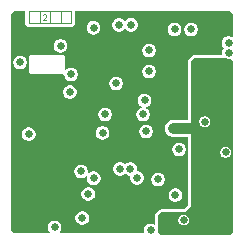
<source format=gbr>
G04 #@! TF.GenerationSoftware,KiCad,Pcbnew,9.0.3*
G04 #@! TF.CreationDate,2025-08-06T23:44:26+02:00*
G04 #@! TF.ProjectId,MADC,4d414443-2e6b-4696-9361-645f70636258,rev?*
G04 #@! TF.SameCoordinates,Original*
G04 #@! TF.FileFunction,Copper,L2,Inr*
G04 #@! TF.FilePolarity,Positive*
%FSLAX46Y46*%
G04 Gerber Fmt 4.6, Leading zero omitted, Abs format (unit mm)*
G04 Created by KiCad (PCBNEW 9.0.3) date 2025-08-06 23:44:26*
%MOMM*%
%LPD*%
G01*
G04 APERTURE LIST*
G04 #@! TA.AperFunction,NonConductor*
%ADD10C,0.100000*%
G04 #@! TD*
%ADD11C,0.100000*%
G04 #@! TA.AperFunction,ViaPad*
%ADD12C,0.650000*%
G04 #@! TD*
G04 #@! TA.AperFunction,Conductor*
%ADD13C,0.889000*%
G04 #@! TD*
G04 APERTURE END LIST*
D10*
X136525000Y-83566000D02*
X137414000Y-83566000D01*
X137414000Y-84582000D01*
X136525000Y-84582000D01*
X136525000Y-83566000D01*
X138303000Y-83566000D02*
X139192000Y-83566000D01*
X139192000Y-84582000D01*
X138303000Y-84582000D01*
X138303000Y-83566000D01*
X137414000Y-83566000D02*
X138303000Y-83566000D01*
X138303000Y-84582000D01*
X137414000Y-84582000D01*
X137414000Y-83566000D01*
X135636000Y-83566000D02*
X136525000Y-83566000D01*
X136525000Y-84582000D01*
X135636000Y-84582000D01*
X135636000Y-83566000D01*
D11*
D10*
X136813027Y-83860028D02*
X136836836Y-83836219D01*
X136836836Y-83836219D02*
X136884455Y-83812409D01*
X136884455Y-83812409D02*
X137003503Y-83812409D01*
X137003503Y-83812409D02*
X137051122Y-83836219D01*
X137051122Y-83836219D02*
X137074931Y-83860028D01*
X137074931Y-83860028D02*
X137098741Y-83907647D01*
X137098741Y-83907647D02*
X137098741Y-83955266D01*
X137098741Y-83955266D02*
X137074931Y-84026695D01*
X137074931Y-84026695D02*
X136789217Y-84312409D01*
X136789217Y-84312409D02*
X137098741Y-84312409D01*
D12*
G04 #@! TO.N,+3.3V*
X145923000Y-102108000D03*
X152527000Y-87122000D03*
X152273000Y-95504000D03*
X149352000Y-85086500D03*
X152527000Y-86233000D03*
G04 #@! TO.N,GNDA*
X143256000Y-93726000D03*
X140081000Y-94361000D03*
X147462857Y-96976980D03*
X139954000Y-98425000D03*
X144272000Y-93726000D03*
X135255000Y-101854000D03*
X140081000Y-84709000D03*
X134874000Y-84074000D03*
X142113000Y-91313000D03*
X143764000Y-99949000D03*
X150368000Y-85086500D03*
X138049000Y-91059000D03*
X135763000Y-90932000D03*
X146304000Y-84836000D03*
X135255000Y-100838000D03*
X134874000Y-85471000D03*
X147056000Y-88265000D03*
X143764000Y-98933000D03*
X141351000Y-87757000D03*
G04 #@! TO.N,Net-(D1-A)*
X143256000Y-84709000D03*
G04 #@! TO.N,Net-(D1-K)*
X144272000Y-84705500D03*
X138303000Y-86487000D03*
G04 #@! TO.N,VCC*
X145796000Y-86868000D03*
X148336000Y-95250000D03*
X137795000Y-101854000D03*
X145421961Y-91106767D03*
X140144500Y-101058500D03*
X134874000Y-87884000D03*
G04 #@! TO.N,VEE*
X140036000Y-97110000D03*
X148022500Y-99119500D03*
X141097000Y-84959500D03*
X147955000Y-85090000D03*
X139092969Y-90395138D03*
X135610128Y-93949780D03*
G04 #@! TO.N,/AD_ID*
X145796000Y-88646000D03*
G04 #@! TO.N,GNDD*
X152527000Y-89916000D03*
X152527000Y-91059000D03*
X152273000Y-98298000D03*
X152273000Y-101854000D03*
X147829500Y-93472000D03*
G04 #@! TO.N,/SW_VRH*
X148717000Y-101219000D03*
G04 #@! TO.N,/AD_IRP*
X145542000Y-93726000D03*
G04 #@! TO.N,/AD_IIN*
X139191000Y-88900000D03*
G04 #@! TO.N,/AD_CMP*
X150495000Y-92893000D03*
G04 #@! TO.N,/AD_IRN*
X141859000Y-93853000D03*
G04 #@! TO.N,VREF*
X146558000Y-97790000D03*
G04 #@! TO.N,/AD_REF+*
X143327000Y-96901829D03*
G04 #@! TO.N,Net-(RN1-Pad6)*
X145288000Y-92285500D03*
G04 #@! TO.N,/AD_REF-*
X144201000Y-96901000D03*
G04 #@! TO.N,Net-(RN1-Pad5)*
X142068500Y-92284500D03*
G04 #@! TO.N,Net-(RN1-Pad7)*
X143002000Y-89662000D03*
G04 #@! TO.N,Net-(RN2-Pad7)*
X140642114Y-99028012D03*
G04 #@! TO.N,Net-(U3B--)*
X141106725Y-97687000D03*
X144780000Y-97663000D03*
G04 #@! TD*
D13*
G04 #@! TO.N,GNDD*
X147829500Y-93472000D02*
X149606000Y-93472000D01*
X149606000Y-93472000D02*
X150114000Y-93980000D01*
G04 #@! TD*
G04 #@! TA.AperFunction,Conductor*
G04 #@! TO.N,GNDD*
G36*
X152296412Y-87511372D02*
G01*
X152313618Y-87521306D01*
X152352341Y-87543663D01*
X152352344Y-87543664D01*
X152392711Y-87554480D01*
X152467427Y-87574500D01*
X152467428Y-87574500D01*
X152586571Y-87574500D01*
X152586573Y-87574500D01*
X152586581Y-87574498D01*
X152600919Y-87570656D01*
X152661287Y-87554480D01*
X152708711Y-87560723D01*
X152721656Y-87570656D01*
X152889694Y-87738694D01*
X152908000Y-87782888D01*
X152908000Y-102209112D01*
X152889694Y-102253306D01*
X152672306Y-102470694D01*
X152628112Y-102489000D01*
X146837888Y-102489000D01*
X146793694Y-102470694D01*
X146576306Y-102253306D01*
X146558000Y-102209112D01*
X146558000Y-101159428D01*
X148264500Y-101159428D01*
X148264500Y-101278571D01*
X148264501Y-101278579D01*
X148295335Y-101393655D01*
X148295336Y-101393658D01*
X148354911Y-101496843D01*
X148354914Y-101496847D01*
X148439152Y-101581085D01*
X148439156Y-101581088D01*
X148439158Y-101581090D01*
X148542341Y-101640663D01*
X148542344Y-101640664D01*
X148597714Y-101655500D01*
X148657427Y-101671500D01*
X148657428Y-101671500D01*
X148776572Y-101671500D01*
X148776573Y-101671500D01*
X148891659Y-101640663D01*
X148994842Y-101581090D01*
X149079090Y-101496842D01*
X149138663Y-101393659D01*
X149169500Y-101278573D01*
X149169500Y-101159427D01*
X149138663Y-101044341D01*
X149079090Y-100941158D01*
X149079088Y-100941156D01*
X149079085Y-100941152D01*
X148994847Y-100856914D01*
X148994843Y-100856911D01*
X148994842Y-100856910D01*
X148930382Y-100819694D01*
X148891658Y-100797336D01*
X148891655Y-100797335D01*
X148776579Y-100766501D01*
X148776574Y-100766500D01*
X148776573Y-100766500D01*
X148657427Y-100766500D01*
X148657426Y-100766500D01*
X148657420Y-100766501D01*
X148542344Y-100797335D01*
X148542341Y-100797336D01*
X148439156Y-100856911D01*
X148439152Y-100856914D01*
X148354914Y-100941152D01*
X148354911Y-100941156D01*
X148295336Y-101044341D01*
X148295335Y-101044344D01*
X148264501Y-101159420D01*
X148264500Y-101159428D01*
X146558000Y-101159428D01*
X146558000Y-100863888D01*
X146576306Y-100819694D01*
X146793694Y-100602306D01*
X146837888Y-100584000D01*
X148844000Y-100584000D01*
X149352000Y-100076000D01*
X149352000Y-95444428D01*
X151820500Y-95444428D01*
X151820500Y-95563571D01*
X151820501Y-95563579D01*
X151851335Y-95678655D01*
X151851336Y-95678658D01*
X151910911Y-95781843D01*
X151910914Y-95781847D01*
X151995152Y-95866085D01*
X151995156Y-95866088D01*
X151995158Y-95866090D01*
X152098341Y-95925663D01*
X152098344Y-95925664D01*
X152168769Y-95944534D01*
X152213427Y-95956500D01*
X152213428Y-95956500D01*
X152332572Y-95956500D01*
X152332573Y-95956500D01*
X152447659Y-95925663D01*
X152550842Y-95866090D01*
X152635090Y-95781842D01*
X152694663Y-95678659D01*
X152725500Y-95563573D01*
X152725500Y-95444427D01*
X152694663Y-95329341D01*
X152635090Y-95226158D01*
X152635088Y-95226156D01*
X152635085Y-95226152D01*
X152550847Y-95141914D01*
X152550843Y-95141911D01*
X152550842Y-95141910D01*
X152499250Y-95112123D01*
X152447658Y-95082336D01*
X152447655Y-95082335D01*
X152332579Y-95051501D01*
X152332574Y-95051500D01*
X152332573Y-95051500D01*
X152213427Y-95051500D01*
X152213426Y-95051500D01*
X152213420Y-95051501D01*
X152098344Y-95082335D01*
X152098341Y-95082336D01*
X151995156Y-95141911D01*
X151995152Y-95141914D01*
X151910914Y-95226152D01*
X151910911Y-95226156D01*
X151851336Y-95329341D01*
X151851335Y-95329344D01*
X151820501Y-95444420D01*
X151820500Y-95444428D01*
X149352000Y-95444428D01*
X149352000Y-92833428D01*
X150042500Y-92833428D01*
X150042500Y-92952571D01*
X150042501Y-92952579D01*
X150073335Y-93067655D01*
X150073336Y-93067658D01*
X150132911Y-93170843D01*
X150132914Y-93170847D01*
X150217152Y-93255085D01*
X150217156Y-93255088D01*
X150217158Y-93255090D01*
X150320341Y-93314663D01*
X150320344Y-93314664D01*
X150390769Y-93333534D01*
X150435427Y-93345500D01*
X150435428Y-93345500D01*
X150554572Y-93345500D01*
X150554573Y-93345500D01*
X150669659Y-93314663D01*
X150772842Y-93255090D01*
X150857090Y-93170842D01*
X150916663Y-93067659D01*
X150947500Y-92952573D01*
X150947500Y-92833427D01*
X150916663Y-92718341D01*
X150857090Y-92615158D01*
X150857088Y-92615156D01*
X150857085Y-92615152D01*
X150772847Y-92530914D01*
X150772843Y-92530911D01*
X150772842Y-92530910D01*
X150721250Y-92501123D01*
X150669658Y-92471336D01*
X150669655Y-92471335D01*
X150554579Y-92440501D01*
X150554574Y-92440500D01*
X150554573Y-92440500D01*
X150435427Y-92440500D01*
X150435426Y-92440500D01*
X150435420Y-92440501D01*
X150320344Y-92471335D01*
X150320341Y-92471336D01*
X150217156Y-92530911D01*
X150217152Y-92530914D01*
X150132914Y-92615152D01*
X150132911Y-92615156D01*
X150073336Y-92718341D01*
X150073335Y-92718344D01*
X150042501Y-92833420D01*
X150042500Y-92833428D01*
X149352000Y-92833428D01*
X149352000Y-87782888D01*
X149370306Y-87738694D01*
X149587694Y-87521306D01*
X149631888Y-87503000D01*
X152265164Y-87503000D01*
X152296412Y-87511372D01*
G37*
G04 #@! TD.AperFunction*
G04 #@! TD*
G04 #@! TA.AperFunction,Conductor*
G04 #@! TO.N,GNDA*
G36*
X135313194Y-83584306D02*
G01*
X135331500Y-83628500D01*
X135331500Y-84622086D01*
X135331501Y-84622094D01*
X135352249Y-84699529D01*
X135352250Y-84699532D01*
X135352251Y-84699533D01*
X135392339Y-84768968D01*
X135449032Y-84825661D01*
X135513397Y-84862822D01*
X135518467Y-84865749D01*
X135518470Y-84865750D01*
X135520605Y-84866322D01*
X135595912Y-84886500D01*
X135595913Y-84886500D01*
X139232087Y-84886500D01*
X139232088Y-84886500D01*
X139244374Y-84883208D01*
X140517500Y-84883208D01*
X140517500Y-85035791D01*
X140517501Y-85035799D01*
X140556990Y-85183173D01*
X140556991Y-85183177D01*
X140556992Y-85183178D01*
X140632336Y-85313678D01*
X140633286Y-85315322D01*
X140633289Y-85315326D01*
X140741173Y-85423210D01*
X140741177Y-85423213D01*
X140741179Y-85423215D01*
X140873322Y-85499508D01*
X141020707Y-85539000D01*
X141020708Y-85539000D01*
X141173292Y-85539000D01*
X141173293Y-85539000D01*
X141320678Y-85499508D01*
X141452821Y-85423215D01*
X141560715Y-85315321D01*
X141637008Y-85183178D01*
X141676500Y-85035793D01*
X141676500Y-84883207D01*
X141637008Y-84735822D01*
X141636059Y-84734179D01*
X141593155Y-84659866D01*
X141593153Y-84659864D01*
X141577475Y-84632708D01*
X142676500Y-84632708D01*
X142676500Y-84785291D01*
X142676501Y-84785299D01*
X142715990Y-84932673D01*
X142715991Y-84932677D01*
X142715992Y-84932678D01*
X142791222Y-85062980D01*
X142792286Y-85064822D01*
X142792289Y-85064826D01*
X142900173Y-85172710D01*
X142900177Y-85172713D01*
X142900179Y-85172715D01*
X143032322Y-85249008D01*
X143179707Y-85288500D01*
X143179708Y-85288500D01*
X143332292Y-85288500D01*
X143332293Y-85288500D01*
X143479678Y-85249008D01*
X143611821Y-85172715D01*
X143719715Y-85064821D01*
X143719717Y-85064816D01*
X143721554Y-85062980D01*
X143765748Y-85044674D01*
X143809943Y-85062979D01*
X143809943Y-85062980D01*
X143916173Y-85169210D01*
X143916177Y-85169213D01*
X143916179Y-85169215D01*
X144048322Y-85245508D01*
X144195707Y-85285000D01*
X144195708Y-85285000D01*
X144348292Y-85285000D01*
X144348293Y-85285000D01*
X144495678Y-85245508D01*
X144627821Y-85169215D01*
X144735715Y-85061321D01*
X144751558Y-85033879D01*
X144763204Y-85013708D01*
X147375500Y-85013708D01*
X147375500Y-85166291D01*
X147375501Y-85166299D01*
X147414990Y-85313673D01*
X147414991Y-85313677D01*
X147415941Y-85315322D01*
X147489267Y-85442326D01*
X147491286Y-85445822D01*
X147491289Y-85445826D01*
X147599173Y-85553710D01*
X147599177Y-85553713D01*
X147599179Y-85553715D01*
X147731322Y-85630008D01*
X147878707Y-85669500D01*
X147878708Y-85669500D01*
X148031292Y-85669500D01*
X148031293Y-85669500D01*
X148178678Y-85630008D01*
X148310821Y-85553715D01*
X148418715Y-85445821D01*
X148495008Y-85313678D01*
X148534500Y-85166293D01*
X148534500Y-85013707D01*
X148534500Y-85013705D01*
X148534499Y-85013702D01*
X148533563Y-85010208D01*
X148772500Y-85010208D01*
X148772500Y-85162791D01*
X148772501Y-85162799D01*
X148811990Y-85310173D01*
X148811991Y-85310177D01*
X148814961Y-85315321D01*
X148877251Y-85423210D01*
X148888286Y-85442322D01*
X148888289Y-85442326D01*
X148996173Y-85550210D01*
X148996177Y-85550213D01*
X148996179Y-85550215D01*
X149128322Y-85626508D01*
X149275707Y-85666000D01*
X149275708Y-85666000D01*
X149428292Y-85666000D01*
X149428293Y-85666000D01*
X149575678Y-85626508D01*
X149707821Y-85550215D01*
X149815715Y-85442321D01*
X149892008Y-85310178D01*
X149931500Y-85162793D01*
X149931500Y-85010207D01*
X149892008Y-84862822D01*
X149815715Y-84730679D01*
X149815713Y-84730677D01*
X149815710Y-84730673D01*
X149707826Y-84622789D01*
X149707822Y-84622786D01*
X149707821Y-84622785D01*
X149641749Y-84584638D01*
X149575677Y-84546491D01*
X149575673Y-84546490D01*
X149428299Y-84507001D01*
X149428294Y-84507000D01*
X149428293Y-84507000D01*
X149275707Y-84507000D01*
X149275706Y-84507000D01*
X149275700Y-84507001D01*
X149128326Y-84546490D01*
X149128322Y-84546491D01*
X148996177Y-84622786D01*
X148996173Y-84622789D01*
X148888289Y-84730673D01*
X148888286Y-84730677D01*
X148811991Y-84862822D01*
X148811990Y-84862826D01*
X148772501Y-85010200D01*
X148772500Y-85010208D01*
X148533563Y-85010208D01*
X148495009Y-84866326D01*
X148495008Y-84866322D01*
X148471532Y-84825661D01*
X148418715Y-84734179D01*
X148418713Y-84734177D01*
X148418710Y-84734173D01*
X148310826Y-84626289D01*
X148310822Y-84626286D01*
X148310821Y-84626285D01*
X148244749Y-84588138D01*
X148178677Y-84549991D01*
X148178673Y-84549990D01*
X148031299Y-84510501D01*
X148031294Y-84510500D01*
X148031293Y-84510500D01*
X147878707Y-84510500D01*
X147878706Y-84510500D01*
X147878700Y-84510501D01*
X147731326Y-84549990D01*
X147731322Y-84549991D01*
X147599177Y-84626286D01*
X147599173Y-84626289D01*
X147491289Y-84734173D01*
X147491286Y-84734177D01*
X147414991Y-84866322D01*
X147414990Y-84866326D01*
X147375501Y-85013700D01*
X147375500Y-85013708D01*
X144763204Y-85013708D01*
X144783611Y-84978364D01*
X144783612Y-84978361D01*
X144809987Y-84932678D01*
X144812008Y-84929178D01*
X144851500Y-84781793D01*
X144851500Y-84629207D01*
X144812008Y-84481822D01*
X144735715Y-84349679D01*
X144735713Y-84349677D01*
X144735710Y-84349673D01*
X144627826Y-84241789D01*
X144627822Y-84241786D01*
X144627821Y-84241785D01*
X144561749Y-84203638D01*
X144495677Y-84165491D01*
X144495673Y-84165490D01*
X144348299Y-84126001D01*
X144348294Y-84126000D01*
X144348293Y-84126000D01*
X144195707Y-84126000D01*
X144195706Y-84126000D01*
X144195700Y-84126001D01*
X144048326Y-84165490D01*
X144048322Y-84165491D01*
X143916177Y-84241786D01*
X143916173Y-84241789D01*
X143806444Y-84351519D01*
X143762250Y-84369825D01*
X143718056Y-84351519D01*
X143611826Y-84245289D01*
X143611822Y-84245286D01*
X143611821Y-84245285D01*
X143545749Y-84207138D01*
X143479677Y-84168991D01*
X143479673Y-84168990D01*
X143332299Y-84129501D01*
X143332294Y-84129500D01*
X143332293Y-84129500D01*
X143179707Y-84129500D01*
X143179706Y-84129500D01*
X143179700Y-84129501D01*
X143032326Y-84168990D01*
X143032322Y-84168991D01*
X142900177Y-84245286D01*
X142900173Y-84245289D01*
X142792289Y-84353173D01*
X142792286Y-84353177D01*
X142715991Y-84485322D01*
X142715990Y-84485326D01*
X142676501Y-84632700D01*
X142676500Y-84632708D01*
X141577475Y-84632708D01*
X141560715Y-84603679D01*
X141560713Y-84603677D01*
X141560710Y-84603673D01*
X141452826Y-84495789D01*
X141452822Y-84495786D01*
X141452821Y-84495785D01*
X141335643Y-84428132D01*
X141320677Y-84419491D01*
X141320673Y-84419490D01*
X141173299Y-84380001D01*
X141173294Y-84380000D01*
X141173293Y-84380000D01*
X141020707Y-84380000D01*
X141020706Y-84380000D01*
X141020700Y-84380001D01*
X140873326Y-84419490D01*
X140873322Y-84419491D01*
X140741177Y-84495786D01*
X140741173Y-84495789D01*
X140633289Y-84603673D01*
X140633286Y-84603677D01*
X140556991Y-84735822D01*
X140556990Y-84735826D01*
X140517501Y-84883200D01*
X140517500Y-84883208D01*
X139244374Y-84883208D01*
X139309533Y-84865749D01*
X139378968Y-84825661D01*
X139435661Y-84768968D01*
X139475749Y-84699533D01*
X139496500Y-84622088D01*
X139496500Y-83628500D01*
X139514806Y-83584306D01*
X139559000Y-83566000D01*
X152628112Y-83566000D01*
X152672306Y-83584306D01*
X152889694Y-83801694D01*
X152908000Y-83845888D01*
X152908000Y-85675568D01*
X152889694Y-85719762D01*
X152845500Y-85738068D01*
X152814250Y-85729695D01*
X152787883Y-85714472D01*
X152750678Y-85692992D01*
X152750675Y-85692991D01*
X152750673Y-85692990D01*
X152603299Y-85653501D01*
X152603294Y-85653500D01*
X152603293Y-85653500D01*
X152450707Y-85653500D01*
X152450706Y-85653500D01*
X152450700Y-85653501D01*
X152303326Y-85692990D01*
X152303322Y-85692991D01*
X152171177Y-85769286D01*
X152171173Y-85769289D01*
X152063289Y-85877173D01*
X152063286Y-85877177D01*
X151986991Y-86009322D01*
X151986990Y-86009326D01*
X151947501Y-86156700D01*
X151947500Y-86156708D01*
X151947500Y-86309291D01*
X151947501Y-86309299D01*
X151986990Y-86456673D01*
X151986991Y-86456677D01*
X151986992Y-86456678D01*
X152048546Y-86563293D01*
X152063286Y-86588822D01*
X152063289Y-86588826D01*
X152107769Y-86633306D01*
X152126075Y-86677500D01*
X152107769Y-86721694D01*
X152063289Y-86766173D01*
X152063286Y-86766177D01*
X151986991Y-86898322D01*
X151986990Y-86898326D01*
X151947501Y-87045700D01*
X151947500Y-87045708D01*
X151947500Y-87181000D01*
X151929194Y-87225194D01*
X151885000Y-87243500D01*
X149631887Y-87243500D01*
X149615411Y-87246777D01*
X149532581Y-87263253D01*
X149488389Y-87281559D01*
X149488385Y-87281561D01*
X149404200Y-87337811D01*
X149186811Y-87555200D01*
X149130561Y-87639385D01*
X149130560Y-87639386D01*
X149113431Y-87680739D01*
X149112374Y-87682973D01*
X149092500Y-87782887D01*
X149092500Y-92710500D01*
X149074194Y-92754694D01*
X149030000Y-92773000D01*
X147760655Y-92773000D01*
X147625610Y-92799861D01*
X147625607Y-92799862D01*
X147498398Y-92852554D01*
X147498396Y-92852555D01*
X147383914Y-92929050D01*
X147286550Y-93026414D01*
X147210055Y-93140896D01*
X147210054Y-93140898D01*
X147157362Y-93268107D01*
X147157361Y-93268110D01*
X147130500Y-93403154D01*
X147130500Y-93540845D01*
X147157361Y-93675889D01*
X147157362Y-93675892D01*
X147210054Y-93803101D01*
X147210055Y-93803103D01*
X147257085Y-93873488D01*
X147286551Y-93917586D01*
X147383914Y-94014949D01*
X147498399Y-94091446D01*
X147625609Y-94144138D01*
X147760655Y-94171000D01*
X149030000Y-94171000D01*
X149074194Y-94189306D01*
X149092500Y-94233500D01*
X149092500Y-99942624D01*
X149074194Y-99986818D01*
X148754818Y-100306194D01*
X148710624Y-100324500D01*
X146837887Y-100324500D01*
X146821411Y-100327777D01*
X146738581Y-100344253D01*
X146694389Y-100362559D01*
X146694385Y-100362561D01*
X146610200Y-100418811D01*
X146392811Y-100636200D01*
X146336561Y-100720385D01*
X146336560Y-100720386D01*
X146319431Y-100761739D01*
X146318374Y-100763973D01*
X146298500Y-100863887D01*
X146298500Y-101547393D01*
X146280194Y-101591587D01*
X146236000Y-101609893D01*
X146204750Y-101601520D01*
X146146677Y-101567991D01*
X146146673Y-101567990D01*
X145999299Y-101528501D01*
X145999294Y-101528500D01*
X145999293Y-101528500D01*
X145846707Y-101528500D01*
X145846706Y-101528500D01*
X145846700Y-101528501D01*
X145699326Y-101567990D01*
X145699322Y-101567991D01*
X145567177Y-101644286D01*
X145567173Y-101644289D01*
X145459289Y-101752173D01*
X145459286Y-101752177D01*
X145382991Y-101884322D01*
X145382990Y-101884326D01*
X145343501Y-102031700D01*
X145343500Y-102031708D01*
X145343500Y-102184291D01*
X145343501Y-102184299D01*
X145370035Y-102283324D01*
X145363792Y-102330750D01*
X145325841Y-102359870D01*
X145309665Y-102362000D01*
X138257425Y-102362000D01*
X138213231Y-102343694D01*
X138194925Y-102299500D01*
X138213231Y-102255306D01*
X138258710Y-102209826D01*
X138258715Y-102209821D01*
X138335008Y-102077678D01*
X138374500Y-101930293D01*
X138374500Y-101777707D01*
X138335008Y-101630322D01*
X138258715Y-101498179D01*
X138258713Y-101498177D01*
X138258710Y-101498173D01*
X138150826Y-101390289D01*
X138150822Y-101390286D01*
X138150821Y-101390285D01*
X138084749Y-101352138D01*
X138018677Y-101313991D01*
X138018673Y-101313990D01*
X137871299Y-101274501D01*
X137871294Y-101274500D01*
X137871293Y-101274500D01*
X137718707Y-101274500D01*
X137718706Y-101274500D01*
X137718700Y-101274501D01*
X137571326Y-101313990D01*
X137571322Y-101313991D01*
X137439177Y-101390286D01*
X137439173Y-101390289D01*
X137331289Y-101498173D01*
X137331286Y-101498177D01*
X137254991Y-101630322D01*
X137254990Y-101630326D01*
X137215501Y-101777700D01*
X137215500Y-101777708D01*
X137215500Y-101930291D01*
X137215501Y-101930299D01*
X137254990Y-102077673D01*
X137254991Y-102077677D01*
X137254992Y-102077678D01*
X137316546Y-102184293D01*
X137331286Y-102209822D01*
X137331289Y-102209826D01*
X137376769Y-102255306D01*
X137395075Y-102299500D01*
X137376769Y-102343694D01*
X137332575Y-102362000D01*
X134391888Y-102362000D01*
X134347694Y-102343694D01*
X134130306Y-102126306D01*
X134112000Y-102082112D01*
X134112000Y-100982208D01*
X139565000Y-100982208D01*
X139565000Y-101134791D01*
X139565001Y-101134799D01*
X139604490Y-101282173D01*
X139604491Y-101282177D01*
X139622859Y-101313991D01*
X139666908Y-101390286D01*
X139680786Y-101414322D01*
X139680789Y-101414326D01*
X139788673Y-101522210D01*
X139788677Y-101522213D01*
X139788679Y-101522215D01*
X139920822Y-101598508D01*
X140068207Y-101638000D01*
X140068208Y-101638000D01*
X140220792Y-101638000D01*
X140220793Y-101638000D01*
X140368178Y-101598508D01*
X140500321Y-101522215D01*
X140608215Y-101414321D01*
X140684508Y-101282178D01*
X140724000Y-101134793D01*
X140724000Y-100982207D01*
X140684508Y-100834822D01*
X140608215Y-100702679D01*
X140608213Y-100702677D01*
X140608210Y-100702673D01*
X140500326Y-100594789D01*
X140500322Y-100594786D01*
X140500321Y-100594785D01*
X140434249Y-100556638D01*
X140368177Y-100518491D01*
X140368173Y-100518490D01*
X140220799Y-100479001D01*
X140220794Y-100479000D01*
X140220793Y-100479000D01*
X140068207Y-100479000D01*
X140068206Y-100479000D01*
X140068200Y-100479001D01*
X139920826Y-100518490D01*
X139920822Y-100518491D01*
X139788677Y-100594786D01*
X139788673Y-100594789D01*
X139680789Y-100702673D01*
X139680786Y-100702677D01*
X139604491Y-100834822D01*
X139604490Y-100834826D01*
X139565001Y-100982200D01*
X139565000Y-100982208D01*
X134112000Y-100982208D01*
X134112000Y-98951720D01*
X140062614Y-98951720D01*
X140062614Y-99104303D01*
X140062615Y-99104311D01*
X140102104Y-99251685D01*
X140102105Y-99251689D01*
X140178400Y-99383834D01*
X140178403Y-99383838D01*
X140286287Y-99491722D01*
X140286291Y-99491725D01*
X140286293Y-99491727D01*
X140418436Y-99568020D01*
X140565821Y-99607512D01*
X140565822Y-99607512D01*
X140718406Y-99607512D01*
X140718407Y-99607512D01*
X140865792Y-99568020D01*
X140997935Y-99491727D01*
X141105829Y-99383833D01*
X141182122Y-99251690D01*
X141221614Y-99104305D01*
X141221614Y-99043208D01*
X147443000Y-99043208D01*
X147443000Y-99195791D01*
X147443001Y-99195799D01*
X147482490Y-99343173D01*
X147482491Y-99343177D01*
X147558786Y-99475322D01*
X147558789Y-99475326D01*
X147666673Y-99583210D01*
X147666677Y-99583213D01*
X147666679Y-99583215D01*
X147798822Y-99659508D01*
X147946207Y-99699000D01*
X147946208Y-99699000D01*
X148098792Y-99699000D01*
X148098793Y-99699000D01*
X148246178Y-99659508D01*
X148378321Y-99583215D01*
X148486215Y-99475321D01*
X148562508Y-99343178D01*
X148602000Y-99195793D01*
X148602000Y-99043207D01*
X148562508Y-98895822D01*
X148486215Y-98763679D01*
X148486213Y-98763677D01*
X148486210Y-98763673D01*
X148378326Y-98655789D01*
X148378322Y-98655786D01*
X148378321Y-98655785D01*
X148312249Y-98617638D01*
X148246177Y-98579491D01*
X148246173Y-98579490D01*
X148098799Y-98540001D01*
X148098794Y-98540000D01*
X148098793Y-98540000D01*
X147946207Y-98540000D01*
X147946206Y-98540000D01*
X147946200Y-98540001D01*
X147798826Y-98579490D01*
X147798822Y-98579491D01*
X147666677Y-98655786D01*
X147666673Y-98655789D01*
X147558789Y-98763673D01*
X147558786Y-98763677D01*
X147482491Y-98895822D01*
X147482490Y-98895826D01*
X147443001Y-99043200D01*
X147443000Y-99043208D01*
X141221614Y-99043208D01*
X141221614Y-98951719D01*
X141182122Y-98804334D01*
X141105829Y-98672191D01*
X141105827Y-98672189D01*
X141105824Y-98672185D01*
X140997940Y-98564301D01*
X140997936Y-98564298D01*
X140997935Y-98564297D01*
X140931863Y-98526150D01*
X140865791Y-98488003D01*
X140865787Y-98488002D01*
X140718413Y-98448513D01*
X140718408Y-98448512D01*
X140718407Y-98448512D01*
X140565821Y-98448512D01*
X140565820Y-98448512D01*
X140565814Y-98448513D01*
X140418440Y-98488002D01*
X140418436Y-98488003D01*
X140286291Y-98564298D01*
X140286287Y-98564301D01*
X140178403Y-98672185D01*
X140178400Y-98672189D01*
X140102105Y-98804334D01*
X140102104Y-98804338D01*
X140062615Y-98951712D01*
X140062614Y-98951720D01*
X134112000Y-98951720D01*
X134112000Y-97033708D01*
X139456500Y-97033708D01*
X139456500Y-97186291D01*
X139456501Y-97186299D01*
X139495990Y-97333673D01*
X139495991Y-97333677D01*
X139514389Y-97365542D01*
X139570842Y-97463322D01*
X139572286Y-97465822D01*
X139572289Y-97465826D01*
X139680173Y-97573710D01*
X139680177Y-97573713D01*
X139680179Y-97573715D01*
X139812322Y-97650008D01*
X139959707Y-97689500D01*
X139959708Y-97689500D01*
X140112292Y-97689500D01*
X140112293Y-97689500D01*
X140259678Y-97650008D01*
X140391821Y-97573715D01*
X140425391Y-97540144D01*
X140469584Y-97521839D01*
X140513779Y-97540144D01*
X140532085Y-97584338D01*
X140529956Y-97600514D01*
X140527225Y-97610705D01*
X140527225Y-97763291D01*
X140527226Y-97763299D01*
X140566715Y-97910673D01*
X140566716Y-97910677D01*
X140566717Y-97910678D01*
X140629156Y-98018826D01*
X140643011Y-98042822D01*
X140643014Y-98042826D01*
X140750898Y-98150710D01*
X140750902Y-98150713D01*
X140750904Y-98150715D01*
X140883047Y-98227008D01*
X141030432Y-98266500D01*
X141030433Y-98266500D01*
X141183017Y-98266500D01*
X141183018Y-98266500D01*
X141330403Y-98227008D01*
X141462546Y-98150715D01*
X141570440Y-98042821D01*
X141646733Y-97910678D01*
X141686225Y-97763293D01*
X141686225Y-97610707D01*
X141646733Y-97463322D01*
X141570440Y-97331179D01*
X141570438Y-97331177D01*
X141570435Y-97331173D01*
X141462551Y-97223289D01*
X141462547Y-97223286D01*
X141462546Y-97223285D01*
X141396474Y-97185138D01*
X141330402Y-97146991D01*
X141330398Y-97146990D01*
X141183024Y-97107501D01*
X141183019Y-97107500D01*
X141183018Y-97107500D01*
X141030432Y-97107500D01*
X141030431Y-97107500D01*
X141030425Y-97107501D01*
X140883051Y-97146990D01*
X140883047Y-97146991D01*
X140750902Y-97223286D01*
X140717333Y-97256855D01*
X140673138Y-97275160D01*
X140628944Y-97256854D01*
X140610639Y-97212659D01*
X140612770Y-97196480D01*
X140615499Y-97186296D01*
X140615500Y-97186291D01*
X140615500Y-97033708D01*
X140615498Y-97033700D01*
X140600607Y-96978128D01*
X140576008Y-96886322D01*
X140540914Y-96825537D01*
X142747500Y-96825537D01*
X142747500Y-96978120D01*
X142747501Y-96978128D01*
X142786990Y-97125502D01*
X142786991Y-97125506D01*
X142786992Y-97125507D01*
X142862825Y-97256854D01*
X142863286Y-97257651D01*
X142863289Y-97257655D01*
X142971173Y-97365539D01*
X142971177Y-97365542D01*
X142971179Y-97365544D01*
X143103322Y-97441837D01*
X143250707Y-97481329D01*
X143250708Y-97481329D01*
X143403292Y-97481329D01*
X143403293Y-97481329D01*
X143550678Y-97441837D01*
X143682821Y-97365544D01*
X143720219Y-97328144D01*
X143764412Y-97309838D01*
X143808607Y-97328143D01*
X143845179Y-97364715D01*
X143977322Y-97441008D01*
X144124707Y-97480500D01*
X144147506Y-97480500D01*
X144191700Y-97498806D01*
X144210006Y-97543000D01*
X144207876Y-97559176D01*
X144200501Y-97586700D01*
X144200500Y-97586708D01*
X144200500Y-97739291D01*
X144200501Y-97739299D01*
X144239990Y-97886673D01*
X144239991Y-97886677D01*
X144316286Y-98018822D01*
X144316289Y-98018826D01*
X144424173Y-98126710D01*
X144424177Y-98126713D01*
X144424179Y-98126715D01*
X144556322Y-98203008D01*
X144703707Y-98242500D01*
X144703708Y-98242500D01*
X144856292Y-98242500D01*
X144856293Y-98242500D01*
X145003678Y-98203008D01*
X145135821Y-98126715D01*
X145243715Y-98018821D01*
X145320008Y-97886678D01*
X145359500Y-97739293D01*
X145359500Y-97713708D01*
X145978500Y-97713708D01*
X145978500Y-97866291D01*
X145978501Y-97866299D01*
X146017990Y-98013673D01*
X146017991Y-98013677D01*
X146056138Y-98079749D01*
X146083251Y-98126710D01*
X146094286Y-98145822D01*
X146094289Y-98145826D01*
X146202173Y-98253710D01*
X146202177Y-98253713D01*
X146202179Y-98253715D01*
X146334322Y-98330008D01*
X146481707Y-98369500D01*
X146481708Y-98369500D01*
X146634292Y-98369500D01*
X146634293Y-98369500D01*
X146781678Y-98330008D01*
X146913821Y-98253715D01*
X147021715Y-98145821D01*
X147098008Y-98013678D01*
X147137500Y-97866293D01*
X147137500Y-97713707D01*
X147098008Y-97566322D01*
X147021715Y-97434179D01*
X147021713Y-97434177D01*
X147021710Y-97434173D01*
X146913826Y-97326289D01*
X146913822Y-97326286D01*
X146913821Y-97326285D01*
X146794944Y-97257651D01*
X146781677Y-97249991D01*
X146781673Y-97249990D01*
X146634299Y-97210501D01*
X146634294Y-97210500D01*
X146634293Y-97210500D01*
X146481707Y-97210500D01*
X146481706Y-97210500D01*
X146481700Y-97210501D01*
X146334326Y-97249990D01*
X146334322Y-97249991D01*
X146202177Y-97326286D01*
X146202173Y-97326289D01*
X146094289Y-97434173D01*
X146094286Y-97434177D01*
X146017991Y-97566322D01*
X146017990Y-97566326D01*
X145978501Y-97713700D01*
X145978500Y-97713708D01*
X145359500Y-97713708D01*
X145359500Y-97586707D01*
X145320008Y-97439322D01*
X145243715Y-97307179D01*
X145243713Y-97307177D01*
X145243710Y-97307173D01*
X145135826Y-97199289D01*
X145135822Y-97199286D01*
X145135821Y-97199285D01*
X145045247Y-97146992D01*
X145003677Y-97122991D01*
X145003673Y-97122990D01*
X144856299Y-97083501D01*
X144856294Y-97083500D01*
X144856293Y-97083500D01*
X144856292Y-97083500D01*
X144833494Y-97083500D01*
X144789300Y-97065194D01*
X144770994Y-97021000D01*
X144773124Y-97004824D01*
X144780498Y-96977299D01*
X144780500Y-96977291D01*
X144780500Y-96824708D01*
X144780498Y-96824700D01*
X144741009Y-96677326D01*
X144741008Y-96677322D01*
X144723089Y-96646285D01*
X144664715Y-96545179D01*
X144664713Y-96545177D01*
X144664710Y-96545173D01*
X144556826Y-96437289D01*
X144556822Y-96437286D01*
X144556821Y-96437285D01*
X144490749Y-96399138D01*
X144424677Y-96360991D01*
X144424673Y-96360990D01*
X144277299Y-96321501D01*
X144277294Y-96321500D01*
X144277293Y-96321500D01*
X144124707Y-96321500D01*
X144124706Y-96321500D01*
X144124700Y-96321501D01*
X143977326Y-96360990D01*
X143977322Y-96360991D01*
X143845177Y-96437286D01*
X143807778Y-96474684D01*
X143763583Y-96492989D01*
X143719391Y-96474683D01*
X143682826Y-96438118D01*
X143682822Y-96438115D01*
X143682821Y-96438114D01*
X143616749Y-96399967D01*
X143550677Y-96361820D01*
X143550673Y-96361819D01*
X143403299Y-96322330D01*
X143403294Y-96322329D01*
X143403293Y-96322329D01*
X143250707Y-96322329D01*
X143250706Y-96322329D01*
X143250700Y-96322330D01*
X143103326Y-96361819D01*
X143103322Y-96361820D01*
X142971177Y-96438115D01*
X142971173Y-96438118D01*
X142863289Y-96546002D01*
X142863286Y-96546006D01*
X142786991Y-96678151D01*
X142786990Y-96678155D01*
X142747501Y-96825529D01*
X142747500Y-96825537D01*
X140540914Y-96825537D01*
X140499715Y-96754179D01*
X140499713Y-96754177D01*
X140499710Y-96754173D01*
X140391826Y-96646289D01*
X140391822Y-96646286D01*
X140391821Y-96646285D01*
X140325749Y-96608138D01*
X140259677Y-96569991D01*
X140259673Y-96569990D01*
X140112299Y-96530501D01*
X140112294Y-96530500D01*
X140112293Y-96530500D01*
X139959707Y-96530500D01*
X139959706Y-96530500D01*
X139959700Y-96530501D01*
X139812326Y-96569990D01*
X139812322Y-96569991D01*
X139680177Y-96646286D01*
X139680173Y-96646289D01*
X139572289Y-96754173D01*
X139572286Y-96754177D01*
X139495991Y-96886322D01*
X139495990Y-96886326D01*
X139456501Y-97033700D01*
X139456500Y-97033708D01*
X134112000Y-97033708D01*
X134112000Y-95173708D01*
X147756500Y-95173708D01*
X147756500Y-95326291D01*
X147756501Y-95326299D01*
X147795990Y-95473673D01*
X147795991Y-95473677D01*
X147872286Y-95605822D01*
X147872289Y-95605826D01*
X147980173Y-95713710D01*
X147980177Y-95713713D01*
X147980179Y-95713715D01*
X148112322Y-95790008D01*
X148259707Y-95829500D01*
X148259708Y-95829500D01*
X148412292Y-95829500D01*
X148412293Y-95829500D01*
X148559678Y-95790008D01*
X148691821Y-95713715D01*
X148799715Y-95605821D01*
X148876008Y-95473678D01*
X148915500Y-95326293D01*
X148915500Y-95173707D01*
X148876008Y-95026322D01*
X148799715Y-94894179D01*
X148799713Y-94894177D01*
X148799710Y-94894173D01*
X148691826Y-94786289D01*
X148691822Y-94786286D01*
X148691821Y-94786285D01*
X148625749Y-94748138D01*
X148559677Y-94709991D01*
X148559673Y-94709990D01*
X148412299Y-94670501D01*
X148412294Y-94670500D01*
X148412293Y-94670500D01*
X148259707Y-94670500D01*
X148259706Y-94670500D01*
X148259700Y-94670501D01*
X148112326Y-94709990D01*
X148112322Y-94709991D01*
X147980177Y-94786286D01*
X147980173Y-94786289D01*
X147872289Y-94894173D01*
X147872286Y-94894177D01*
X147795991Y-95026322D01*
X147795990Y-95026326D01*
X147756501Y-95173700D01*
X147756500Y-95173708D01*
X134112000Y-95173708D01*
X134112000Y-93873488D01*
X135030628Y-93873488D01*
X135030628Y-94026071D01*
X135030629Y-94026079D01*
X135070118Y-94173453D01*
X135070119Y-94173457D01*
X135070120Y-94173458D01*
X135123554Y-94266009D01*
X135146414Y-94305602D01*
X135146417Y-94305606D01*
X135254301Y-94413490D01*
X135254305Y-94413493D01*
X135254307Y-94413495D01*
X135386450Y-94489788D01*
X135533835Y-94529280D01*
X135533836Y-94529280D01*
X135686420Y-94529280D01*
X135686421Y-94529280D01*
X135833806Y-94489788D01*
X135965949Y-94413495D01*
X136073843Y-94305601D01*
X136150136Y-94173458D01*
X136189628Y-94026073D01*
X136189628Y-93873487D01*
X136170553Y-93802299D01*
X136166933Y-93788787D01*
X136163696Y-93776708D01*
X141279500Y-93776708D01*
X141279500Y-93929291D01*
X141279501Y-93929299D01*
X141318990Y-94076673D01*
X141318991Y-94076677D01*
X141327518Y-94091446D01*
X141384251Y-94189710D01*
X141395286Y-94208822D01*
X141395289Y-94208826D01*
X141503173Y-94316710D01*
X141503177Y-94316713D01*
X141503179Y-94316715D01*
X141635322Y-94393008D01*
X141782707Y-94432500D01*
X141782708Y-94432500D01*
X141935292Y-94432500D01*
X141935293Y-94432500D01*
X142082678Y-94393008D01*
X142214821Y-94316715D01*
X142322715Y-94208821D01*
X142399008Y-94076678D01*
X142438500Y-93929293D01*
X142438500Y-93776707D01*
X142406281Y-93656468D01*
X142404470Y-93649708D01*
X144962500Y-93649708D01*
X144962500Y-93802291D01*
X144962501Y-93802299D01*
X145001990Y-93949673D01*
X145001991Y-93949677D01*
X145078286Y-94081822D01*
X145078289Y-94081826D01*
X145186173Y-94189710D01*
X145186177Y-94189713D01*
X145186179Y-94189715D01*
X145318322Y-94266008D01*
X145465707Y-94305500D01*
X145465708Y-94305500D01*
X145618292Y-94305500D01*
X145618293Y-94305500D01*
X145765678Y-94266008D01*
X145897821Y-94189715D01*
X146005715Y-94081821D01*
X146082008Y-93949678D01*
X146121500Y-93802293D01*
X146121500Y-93649707D01*
X146082008Y-93502322D01*
X146005715Y-93370179D01*
X146005713Y-93370177D01*
X146005710Y-93370173D01*
X145897826Y-93262289D01*
X145897822Y-93262286D01*
X145897821Y-93262285D01*
X145831749Y-93224138D01*
X145765677Y-93185991D01*
X145765673Y-93185990D01*
X145618299Y-93146501D01*
X145618294Y-93146500D01*
X145618293Y-93146500D01*
X145465707Y-93146500D01*
X145465706Y-93146500D01*
X145465700Y-93146501D01*
X145318326Y-93185990D01*
X145318322Y-93185991D01*
X145186177Y-93262286D01*
X145186173Y-93262289D01*
X145078289Y-93370173D01*
X145078286Y-93370177D01*
X145001991Y-93502322D01*
X145001990Y-93502326D01*
X144962501Y-93649700D01*
X144962500Y-93649708D01*
X142404470Y-93649708D01*
X142399009Y-93629325D01*
X142399008Y-93629322D01*
X142378590Y-93593957D01*
X142322715Y-93497179D01*
X142322713Y-93497177D01*
X142322710Y-93497173D01*
X142214826Y-93389289D01*
X142214822Y-93389286D01*
X142214821Y-93389285D01*
X142148749Y-93351138D01*
X142082677Y-93312991D01*
X142082673Y-93312990D01*
X141935299Y-93273501D01*
X141935294Y-93273500D01*
X141935293Y-93273500D01*
X141782707Y-93273500D01*
X141782706Y-93273500D01*
X141782700Y-93273501D01*
X141635326Y-93312990D01*
X141635322Y-93312991D01*
X141503177Y-93389286D01*
X141503173Y-93389289D01*
X141395289Y-93497173D01*
X141395286Y-93497177D01*
X141318991Y-93629322D01*
X141318990Y-93629326D01*
X141279501Y-93776700D01*
X141279500Y-93776708D01*
X136163696Y-93776708D01*
X136150137Y-93726106D01*
X136150136Y-93726102D01*
X136121147Y-93675892D01*
X136073843Y-93593959D01*
X136073841Y-93593957D01*
X136073838Y-93593953D01*
X135965954Y-93486069D01*
X135965950Y-93486066D01*
X135965949Y-93486065D01*
X135899877Y-93447918D01*
X135833805Y-93409771D01*
X135833801Y-93409770D01*
X135686427Y-93370281D01*
X135686422Y-93370280D01*
X135686421Y-93370280D01*
X135533835Y-93370280D01*
X135533834Y-93370280D01*
X135533828Y-93370281D01*
X135386454Y-93409770D01*
X135386450Y-93409771D01*
X135254305Y-93486066D01*
X135254301Y-93486069D01*
X135146417Y-93593953D01*
X135146414Y-93593957D01*
X135070119Y-93726102D01*
X135070118Y-93726106D01*
X135030629Y-93873480D01*
X135030628Y-93873488D01*
X134112000Y-93873488D01*
X134112000Y-92208208D01*
X141489000Y-92208208D01*
X141489000Y-92360791D01*
X141489001Y-92360799D01*
X141528490Y-92508173D01*
X141528491Y-92508177D01*
X141604786Y-92640322D01*
X141604789Y-92640326D01*
X141712673Y-92748210D01*
X141712677Y-92748213D01*
X141712679Y-92748215D01*
X141844822Y-92824508D01*
X141992207Y-92864000D01*
X141992208Y-92864000D01*
X142144792Y-92864000D01*
X142144793Y-92864000D01*
X142292178Y-92824508D01*
X142424321Y-92748215D01*
X142532215Y-92640321D01*
X142608508Y-92508178D01*
X142648000Y-92360793D01*
X142648000Y-92209208D01*
X144708500Y-92209208D01*
X144708500Y-92361791D01*
X144708501Y-92361799D01*
X144747990Y-92509173D01*
X144747991Y-92509177D01*
X144747992Y-92509178D01*
X144823708Y-92640322D01*
X144824286Y-92641322D01*
X144824289Y-92641326D01*
X144932173Y-92749210D01*
X144932177Y-92749213D01*
X144932179Y-92749215D01*
X145064322Y-92825508D01*
X145211707Y-92865000D01*
X145211708Y-92865000D01*
X145364292Y-92865000D01*
X145364293Y-92865000D01*
X145511678Y-92825508D01*
X145643821Y-92749215D01*
X145751715Y-92641321D01*
X145828008Y-92509178D01*
X145867500Y-92361793D01*
X145867500Y-92209207D01*
X145828008Y-92061822D01*
X145751715Y-91929679D01*
X145751713Y-91929677D01*
X145751710Y-91929673D01*
X145643826Y-91821789D01*
X145643822Y-91821786D01*
X145643821Y-91821785D01*
X145568030Y-91778027D01*
X145538911Y-91740077D01*
X145545154Y-91692651D01*
X145583105Y-91663531D01*
X145645635Y-91646776D01*
X145645633Y-91646776D01*
X145645639Y-91646775D01*
X145777782Y-91570482D01*
X145885676Y-91462588D01*
X145961969Y-91330445D01*
X146001461Y-91183060D01*
X146001461Y-91030474D01*
X145961969Y-90883089D01*
X145885676Y-90750946D01*
X145885674Y-90750944D01*
X145885671Y-90750940D01*
X145777787Y-90643056D01*
X145777783Y-90643053D01*
X145777782Y-90643052D01*
X145711710Y-90604905D01*
X145645638Y-90566758D01*
X145645634Y-90566757D01*
X145498260Y-90527268D01*
X145498255Y-90527267D01*
X145498254Y-90527267D01*
X145345668Y-90527267D01*
X145345667Y-90527267D01*
X145345661Y-90527268D01*
X145198287Y-90566757D01*
X145198283Y-90566758D01*
X145066138Y-90643053D01*
X145066134Y-90643056D01*
X144958250Y-90750940D01*
X144958247Y-90750944D01*
X144881952Y-90883089D01*
X144881951Y-90883093D01*
X144842462Y-91030467D01*
X144842461Y-91030475D01*
X144842461Y-91183058D01*
X144842462Y-91183066D01*
X144881951Y-91330440D01*
X144881952Y-91330444D01*
X144958247Y-91462589D01*
X144958250Y-91462593D01*
X145066134Y-91570477D01*
X145066138Y-91570480D01*
X145066140Y-91570482D01*
X145141930Y-91614239D01*
X145171049Y-91652189D01*
X145164806Y-91699615D01*
X145126856Y-91728735D01*
X145064324Y-91745491D01*
X145064322Y-91745491D01*
X144932177Y-91821786D01*
X144932173Y-91821789D01*
X144824289Y-91929673D01*
X144824286Y-91929677D01*
X144747991Y-92061822D01*
X144747990Y-92061826D01*
X144708501Y-92209200D01*
X144708500Y-92209208D01*
X142648000Y-92209208D01*
X142648000Y-92208207D01*
X142608508Y-92060822D01*
X142532215Y-91928679D01*
X142532213Y-91928677D01*
X142532210Y-91928673D01*
X142424326Y-91820789D01*
X142424322Y-91820786D01*
X142424321Y-91820785D01*
X142350264Y-91778028D01*
X142292177Y-91744491D01*
X142292173Y-91744490D01*
X142144799Y-91705001D01*
X142144794Y-91705000D01*
X142144793Y-91705000D01*
X141992207Y-91705000D01*
X141992206Y-91705000D01*
X141992200Y-91705001D01*
X141844826Y-91744490D01*
X141844822Y-91744491D01*
X141712677Y-91820786D01*
X141712673Y-91820789D01*
X141604789Y-91928673D01*
X141604786Y-91928677D01*
X141528491Y-92060822D01*
X141528490Y-92060826D01*
X141489001Y-92208200D01*
X141489000Y-92208208D01*
X134112000Y-92208208D01*
X134112000Y-90318846D01*
X138513469Y-90318846D01*
X138513469Y-90471429D01*
X138513470Y-90471437D01*
X138552959Y-90618811D01*
X138552960Y-90618815D01*
X138566954Y-90643053D01*
X138629246Y-90750946D01*
X138629255Y-90750960D01*
X138629258Y-90750964D01*
X138737142Y-90858848D01*
X138737146Y-90858851D01*
X138737148Y-90858853D01*
X138869291Y-90935146D01*
X139016676Y-90974638D01*
X139016677Y-90974638D01*
X139169261Y-90974638D01*
X139169262Y-90974638D01*
X139316647Y-90935146D01*
X139448790Y-90858853D01*
X139556684Y-90750959D01*
X139632977Y-90618816D01*
X139672469Y-90471431D01*
X139672469Y-90318845D01*
X139632977Y-90171460D01*
X139556684Y-90039317D01*
X139556682Y-90039315D01*
X139556679Y-90039311D01*
X139448795Y-89931427D01*
X139448791Y-89931424D01*
X139448790Y-89931423D01*
X139369549Y-89885673D01*
X139316646Y-89855129D01*
X139316642Y-89855128D01*
X139169268Y-89815639D01*
X139169263Y-89815638D01*
X139169262Y-89815638D01*
X139016676Y-89815638D01*
X139016675Y-89815638D01*
X139016669Y-89815639D01*
X138869295Y-89855128D01*
X138869291Y-89855129D01*
X138737146Y-89931424D01*
X138737142Y-89931427D01*
X138629258Y-90039311D01*
X138629255Y-90039315D01*
X138552960Y-90171460D01*
X138552959Y-90171464D01*
X138513470Y-90318838D01*
X138513469Y-90318846D01*
X134112000Y-90318846D01*
X134112000Y-89585708D01*
X142422500Y-89585708D01*
X142422500Y-89738291D01*
X142422501Y-89738299D01*
X142461990Y-89885673D01*
X142461991Y-89885677D01*
X142538286Y-90017822D01*
X142538289Y-90017826D01*
X142646173Y-90125710D01*
X142646177Y-90125713D01*
X142646179Y-90125715D01*
X142778322Y-90202008D01*
X142925707Y-90241500D01*
X142925708Y-90241500D01*
X143078292Y-90241500D01*
X143078293Y-90241500D01*
X143225678Y-90202008D01*
X143357821Y-90125715D01*
X143465715Y-90017821D01*
X143542008Y-89885678D01*
X143581500Y-89738293D01*
X143581500Y-89585707D01*
X143542008Y-89438322D01*
X143465715Y-89306179D01*
X143465713Y-89306177D01*
X143465710Y-89306173D01*
X143357826Y-89198289D01*
X143357822Y-89198286D01*
X143357821Y-89198285D01*
X143291749Y-89160138D01*
X143225677Y-89121991D01*
X143225673Y-89121990D01*
X143078299Y-89082501D01*
X143078294Y-89082500D01*
X143078293Y-89082500D01*
X142925707Y-89082500D01*
X142925706Y-89082500D01*
X142925700Y-89082501D01*
X142778326Y-89121990D01*
X142778322Y-89121991D01*
X142646177Y-89198286D01*
X142646173Y-89198289D01*
X142538289Y-89306173D01*
X142538286Y-89306177D01*
X142461991Y-89438322D01*
X142461990Y-89438326D01*
X142422501Y-89585700D01*
X142422500Y-89585708D01*
X134112000Y-89585708D01*
X134112000Y-87807708D01*
X134294500Y-87807708D01*
X134294500Y-87960291D01*
X134294501Y-87960299D01*
X134333990Y-88107673D01*
X134333991Y-88107677D01*
X134333992Y-88107678D01*
X134377066Y-88182285D01*
X134410286Y-88239822D01*
X134410289Y-88239826D01*
X134518173Y-88347710D01*
X134518177Y-88347713D01*
X134518179Y-88347715D01*
X134650322Y-88424008D01*
X134797707Y-88463500D01*
X134797708Y-88463500D01*
X134950292Y-88463500D01*
X134950293Y-88463500D01*
X135097678Y-88424008D01*
X135229821Y-88347715D01*
X135337715Y-88239821D01*
X135414008Y-88107678D01*
X135453500Y-87960293D01*
X135453500Y-87807707D01*
X135414008Y-87660322D01*
X135337715Y-87528179D01*
X135337713Y-87528177D01*
X135337710Y-87528173D01*
X135229826Y-87420289D01*
X135229822Y-87420286D01*
X135229821Y-87420285D01*
X135153117Y-87376000D01*
X135636000Y-87376000D01*
X135636000Y-88773000D01*
X135763000Y-88900000D01*
X138549000Y-88900000D01*
X138593194Y-88918306D01*
X138611500Y-88962500D01*
X138611500Y-88976291D01*
X138611501Y-88976299D01*
X138650990Y-89123673D01*
X138650991Y-89123677D01*
X138650992Y-89123678D01*
X138694066Y-89198285D01*
X138727286Y-89255822D01*
X138727289Y-89255826D01*
X138835173Y-89363710D01*
X138835177Y-89363713D01*
X138835179Y-89363715D01*
X138967322Y-89440008D01*
X139114707Y-89479500D01*
X139114708Y-89479500D01*
X139267292Y-89479500D01*
X139267293Y-89479500D01*
X139414678Y-89440008D01*
X139546821Y-89363715D01*
X139654715Y-89255821D01*
X139731008Y-89123678D01*
X139770500Y-88976293D01*
X139770500Y-88823707D01*
X139731008Y-88676322D01*
X139685130Y-88596860D01*
X139685130Y-88596858D01*
X139669455Y-88569708D01*
X145216500Y-88569708D01*
X145216500Y-88722291D01*
X145216501Y-88722299D01*
X145255990Y-88869673D01*
X145255991Y-88869677D01*
X145255992Y-88869678D01*
X145317546Y-88976293D01*
X145332286Y-89001822D01*
X145332289Y-89001826D01*
X145440173Y-89109710D01*
X145440177Y-89109713D01*
X145440179Y-89109715D01*
X145572322Y-89186008D01*
X145719707Y-89225500D01*
X145719708Y-89225500D01*
X145872292Y-89225500D01*
X145872293Y-89225500D01*
X146019678Y-89186008D01*
X146151821Y-89109715D01*
X146259715Y-89001821D01*
X146336008Y-88869678D01*
X146375500Y-88722293D01*
X146375500Y-88569707D01*
X146336008Y-88422322D01*
X146259715Y-88290179D01*
X146259713Y-88290177D01*
X146259710Y-88290173D01*
X146151826Y-88182289D01*
X146151822Y-88182286D01*
X146151821Y-88182285D01*
X146085749Y-88144138D01*
X146019677Y-88105991D01*
X146019673Y-88105990D01*
X145872299Y-88066501D01*
X145872294Y-88066500D01*
X145872293Y-88066500D01*
X145719707Y-88066500D01*
X145719706Y-88066500D01*
X145719700Y-88066501D01*
X145572326Y-88105990D01*
X145572322Y-88105991D01*
X145440177Y-88182286D01*
X145440173Y-88182289D01*
X145332289Y-88290173D01*
X145332286Y-88290177D01*
X145255991Y-88422322D01*
X145255990Y-88422326D01*
X145216501Y-88569700D01*
X145216500Y-88569708D01*
X139669455Y-88569708D01*
X139654717Y-88544182D01*
X139654710Y-88544173D01*
X139546826Y-88436289D01*
X139546822Y-88436286D01*
X139546821Y-88436285D01*
X139480749Y-88398138D01*
X139414677Y-88359991D01*
X139414673Y-88359990D01*
X139267299Y-88320501D01*
X139267294Y-88320500D01*
X139267293Y-88320500D01*
X139114707Y-88320500D01*
X139114706Y-88320500D01*
X139114700Y-88320501D01*
X138967326Y-88359990D01*
X138967322Y-88359991D01*
X138835177Y-88436286D01*
X138835173Y-88436289D01*
X138790694Y-88480769D01*
X138746500Y-88499075D01*
X138702306Y-88480769D01*
X138684000Y-88436575D01*
X138684000Y-87376000D01*
X138557000Y-87249000D01*
X135763000Y-87249000D01*
X135636000Y-87376000D01*
X135153117Y-87376000D01*
X135151619Y-87375135D01*
X135097677Y-87343991D01*
X135097673Y-87343990D01*
X134950299Y-87304501D01*
X134950294Y-87304500D01*
X134950293Y-87304500D01*
X134797707Y-87304500D01*
X134797706Y-87304500D01*
X134797700Y-87304501D01*
X134650326Y-87343990D01*
X134650322Y-87343991D01*
X134518177Y-87420286D01*
X134518173Y-87420289D01*
X134410289Y-87528173D01*
X134410286Y-87528177D01*
X134333991Y-87660322D01*
X134333990Y-87660326D01*
X134294501Y-87807700D01*
X134294500Y-87807708D01*
X134112000Y-87807708D01*
X134112000Y-86410708D01*
X137723500Y-86410708D01*
X137723500Y-86563291D01*
X137723501Y-86563299D01*
X137762990Y-86710673D01*
X137762991Y-86710677D01*
X137839286Y-86842822D01*
X137839289Y-86842826D01*
X137947173Y-86950710D01*
X137947177Y-86950713D01*
X137947179Y-86950715D01*
X138079322Y-87027008D01*
X138226707Y-87066500D01*
X138226708Y-87066500D01*
X138379292Y-87066500D01*
X138379293Y-87066500D01*
X138526678Y-87027008D01*
X138658821Y-86950715D01*
X138766715Y-86842821D01*
X138796225Y-86791708D01*
X145216500Y-86791708D01*
X145216500Y-86944291D01*
X145216501Y-86944299D01*
X145255990Y-87091673D01*
X145255991Y-87091677D01*
X145255992Y-87091678D01*
X145317546Y-87198293D01*
X145332286Y-87223822D01*
X145332289Y-87223826D01*
X145440173Y-87331710D01*
X145440177Y-87331713D01*
X145440179Y-87331715D01*
X145572322Y-87408008D01*
X145719707Y-87447500D01*
X145719708Y-87447500D01*
X145872292Y-87447500D01*
X145872293Y-87447500D01*
X146019678Y-87408008D01*
X146151821Y-87331715D01*
X146259715Y-87223821D01*
X146336008Y-87091678D01*
X146375500Y-86944293D01*
X146375500Y-86791707D01*
X146336008Y-86644322D01*
X146259715Y-86512179D01*
X146259713Y-86512177D01*
X146259710Y-86512173D01*
X146151826Y-86404289D01*
X146151822Y-86404286D01*
X146151821Y-86404285D01*
X146085749Y-86366138D01*
X146019677Y-86327991D01*
X146019673Y-86327990D01*
X145872299Y-86288501D01*
X145872294Y-86288500D01*
X145872293Y-86288500D01*
X145719707Y-86288500D01*
X145719706Y-86288500D01*
X145719700Y-86288501D01*
X145572326Y-86327990D01*
X145572322Y-86327991D01*
X145440177Y-86404286D01*
X145440173Y-86404289D01*
X145332289Y-86512173D01*
X145332286Y-86512177D01*
X145255991Y-86644322D01*
X145255990Y-86644326D01*
X145216501Y-86791700D01*
X145216500Y-86791708D01*
X138796225Y-86791708D01*
X138843008Y-86710678D01*
X138882500Y-86563293D01*
X138882500Y-86410707D01*
X138843008Y-86263322D01*
X138766715Y-86131179D01*
X138766713Y-86131177D01*
X138766710Y-86131173D01*
X138658826Y-86023289D01*
X138658822Y-86023286D01*
X138658821Y-86023285D01*
X138592749Y-85985138D01*
X138526677Y-85946991D01*
X138526673Y-85946990D01*
X138379299Y-85907501D01*
X138379294Y-85907500D01*
X138379293Y-85907500D01*
X138226707Y-85907500D01*
X138226706Y-85907500D01*
X138226700Y-85907501D01*
X138079326Y-85946990D01*
X138079322Y-85946991D01*
X137947177Y-86023286D01*
X137947173Y-86023289D01*
X137839289Y-86131173D01*
X137839286Y-86131177D01*
X137762991Y-86263322D01*
X137762990Y-86263326D01*
X137723501Y-86410700D01*
X137723500Y-86410708D01*
X134112000Y-86410708D01*
X134112000Y-83845888D01*
X134130306Y-83801694D01*
X134347694Y-83584306D01*
X134391888Y-83566000D01*
X135269000Y-83566000D01*
X135313194Y-83584306D01*
G37*
G04 #@! TD.AperFunction*
G04 #@! TD*
M02*

</source>
